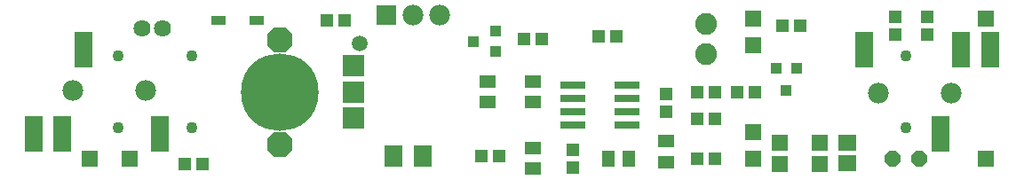
<source format=gts>
G75*
%MOIN*%
%OFA0B0*%
%FSLAX25Y25*%
%IPPOS*%
%LPD*%
%AMOC8*
5,1,8,0,0,1.08239X$1,22.5*
%
%ADD10C,0.08200*%
%ADD11R,0.06312X0.05131*%
%ADD12R,0.05131X0.06312*%
%ADD13R,0.07099X0.07887*%
%ADD14R,0.06312X0.06312*%
%ADD15R,0.05524X0.03556*%
%ADD16R,0.09461X0.03162*%
%ADD17C,0.07800*%
%ADD18R,0.07800X0.07800*%
%ADD19OC8,0.06000*%
%ADD20C,0.06400*%
%ADD21C,0.04343*%
%ADD22R,0.04343X0.03950*%
%ADD23R,0.03950X0.04343*%
%ADD24R,0.04737X0.05131*%
%ADD25R,0.06706X0.05918*%
%ADD26R,0.05131X0.04737*%
%ADD27R,0.06800X0.13300*%
%ADD28R,0.06343X0.06343*%
%ADD29R,0.08200X0.08200*%
%ADD30OC8,0.09658*%
%ADD31C,0.29146*%
%ADD32C,0.05918*%
D10*
X0266300Y0055600D03*
X0266300Y0067000D03*
D11*
X0201300Y0045237D03*
X0184300Y0045237D03*
X0184300Y0037363D03*
X0201300Y0037363D03*
X0251300Y0022737D03*
X0251300Y0014863D03*
X0201300Y0012363D03*
X0201300Y0020237D03*
D12*
X0229363Y0016300D03*
X0237237Y0016300D03*
D13*
X0159812Y0017300D03*
X0148788Y0017300D03*
D14*
X0049780Y0016300D03*
X0034820Y0016300D03*
X0293820Y0014300D03*
X0308780Y0014300D03*
X0308780Y0022300D03*
X0293820Y0022300D03*
D15*
X0097583Y0068300D03*
X0083017Y0068300D03*
D16*
X0216064Y0043800D03*
X0236536Y0043800D03*
X0236536Y0038800D03*
X0236536Y0033800D03*
X0236536Y0028800D03*
X0216064Y0028800D03*
X0216064Y0033800D03*
X0216064Y0038800D03*
D17*
X0330709Y0040828D03*
X0358269Y0040828D03*
X0166300Y0070300D03*
X0156300Y0070300D03*
X0055906Y0041772D03*
X0028347Y0041772D03*
D18*
X0146300Y0070300D03*
D19*
X0336300Y0016300D03*
X0346300Y0016300D03*
D20*
X0062237Y0065300D03*
X0054363Y0065300D03*
D21*
X0045670Y0054686D03*
X0073300Y0054686D03*
X0073300Y0027914D03*
X0045670Y0027914D03*
X0341100Y0027914D03*
X0341100Y0054686D03*
D22*
X0187237Y0056560D03*
X0178969Y0060300D03*
X0187237Y0064040D03*
D23*
X0292560Y0050237D03*
X0300040Y0050237D03*
X0296300Y0041969D03*
D24*
X0070454Y0014300D03*
X0077146Y0014300D03*
X0181954Y0017300D03*
X0188646Y0017300D03*
X0262954Y0016300D03*
X0269646Y0016300D03*
X0269646Y0031300D03*
X0262954Y0031300D03*
X0262954Y0041300D03*
X0269646Y0041300D03*
X0277954Y0041300D03*
X0284646Y0041300D03*
X0204646Y0061300D03*
X0197954Y0061300D03*
X0225954Y0062300D03*
X0232646Y0062300D03*
X0294954Y0066300D03*
X0301646Y0066300D03*
X0130646Y0068300D03*
X0123954Y0068300D03*
D25*
X0319300Y0022040D03*
X0319300Y0014560D03*
D26*
X0251300Y0033954D03*
X0251300Y0040646D03*
X0216300Y0019646D03*
X0216300Y0012954D03*
X0337300Y0062954D03*
X0349300Y0062954D03*
X0349300Y0069646D03*
X0337300Y0069646D03*
D27*
X0325402Y0057050D03*
X0361969Y0057050D03*
X0372891Y0057050D03*
X0354158Y0025440D03*
X0061213Y0025550D03*
X0024646Y0025550D03*
X0013724Y0025550D03*
X0032457Y0057160D03*
D28*
X0283800Y0058800D03*
X0283800Y0068800D03*
X0371300Y0068800D03*
X0283800Y0026300D03*
X0283800Y0016300D03*
X0371300Y0016300D03*
D29*
X0133859Y0031457D03*
X0133859Y0041300D03*
X0133859Y0051143D03*
D30*
X0106300Y0060985D03*
X0106300Y0021615D03*
D31*
X0106300Y0041300D03*
D32*
X0136221Y0059450D03*
M02*

</source>
